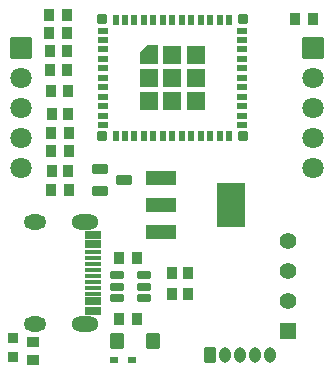
<source format=gts>
G04 Layer: TopSolderMaskLayer*
G04 EasyEDA Pro v2.2.32.3, 2024-12-05 12:24:41*
G04 Gerber Generator version 0.3*
G04 Scale: 100 percent, Rotated: No, Reflected: No*
G04 Dimensions in millimeters*
G04 Leading zeros omitted, absolute positions, 3 integers and 5 decimals*
%FSLAX35Y35*%
%MOMM*%
%AMRoundRect*1,1,$1,$2,$3*1,1,$1,$4,$5*1,1,$1,0-$2,0-$3*1,1,$1,0-$4,0-$5*20,1,$1,$2,$3,$4,$5,0*20,1,$1,$4,$5,0-$2,0-$3,0*20,1,$1,0-$2,0-$3,0-$4,0-$5,0*20,1,$1,0-$4,0-$5,$2,$3,0*4,1,4,$2,$3,$4,$5,0-$2,0-$3,0-$4,0-$5,$2,$3,0*%
%ADD10RoundRect,0.09131X0.40514X-0.45514X-0.40514X-0.45514*%
%ADD11RoundRect,0.09131X-0.40514X0.40514X0.40514X0.40514*%
%ADD12RoundRect,0.09138X-0.43712X-0.40835X-0.43712X0.40835*%
%ADD13RoundRect,0.09368X1.25396X-0.55396X-1.25396X-0.55396*%
%ADD14RoundRect,0.09754X1.17203X-1.80203X-1.17203X-1.80203*%
%ADD15RoundRect,0.09258X-0.45471X0.60471X0.45471X0.60471*%
%ADD16O,1.002X1.302*%
%ADD17RoundRect,0.08756X-0.54302X-0.27302X-0.54302X0.27302*%
%ADD18RoundRect,0.09302X0.50429X-0.60429X-0.50429X-0.60429*%
%ADD19RoundRect,0.08449X-0.30856X0.20856X0.30856X0.20856*%
%ADD20RoundRect,0.08449X0.30856X-0.20856X-0.30856X-0.20856*%
%ADD21RoundRect,0.09138X-0.40835X0.43712X0.40835X0.43712*%
%ADD22RoundRect,0.08109X0.66026X0.16026X0.66026X-0.16026*%
%ADD23RoundRect,0.08875X0.65642X0.30643X0.65642X-0.30643*%
%ADD24O,1.9016X1.3016*%
%ADD25O,2.3016X1.3016*%
%ADD26RoundRect,0.09618X0.85271X0.85271X0.85271X-0.85271*%
%ADD27C,1.8016*%
%ADD28RoundRect,0.09471X0.65114X0.65114X0.65114X-0.65114*%
%ADD29C,1.397*%
%ADD30RoundRect,0.09138X0.40835X-0.43712X-0.40835X-0.43712*%
%ADD31RoundRect,0.09131X-0.40514X0.45514X0.40514X0.45514*%
%ADD32RoundRect,0.08335X-0.40834X-0.20834X-0.40834X0.20834*%
%ADD33RoundRect,0.08335X0.20834X-0.40834X-0.20834X-0.40834*%
%ADD34RoundRect,0.08335X0.40834X0.20834X0.40834X-0.20834*%
%ADD35RoundRect,0.08335X-0.20834X0.40834X0.20834X0.40834*%
%ADD36RoundRect,0.08891X-0.35556X0.35556X0.35556X0.35556*%
%ADD37RoundRect,0.09396X-0.72804X0.72804X0.72804X0.72804*%
%ADD38RoundRect,0.09017X0.63072X-0.35571X-0.63072X-0.35571*%
G75*


G04 Pad Start*
G54D10*
G01X1442725Y-2936136D03*
G01X1582730Y-2936136D03*
G54D11*
G01X101262Y-3310953D03*
G01X101948Y-3470846D03*
G54D12*
G01X266700Y-3340964D03*
G01X266700Y-3491636D03*
G54D13*
G01X1354005Y-1954403D03*
G01X1354005Y-2184400D03*
G01X1354005Y-2414397D03*
G54D14*
G01X1947997Y-2184400D03*
G54D15*
G01X1765292Y-3454392D03*
G54D16*
G01X1892292Y-3454392D03*
G01X2019292Y-3454392D03*
G01X2146292Y-3454392D03*
G01X2273292Y-3454392D03*
G54D17*
G01X1209044Y-2966671D03*
G01X1209044Y-2871675D03*
G01X1209044Y-2776679D03*
G01X979225Y-2776679D03*
G01X979225Y-2871675D03*
G01X979225Y-2966671D03*
G54D18*
G01X975624Y-3329046D03*
G01X1285606Y-3329046D03*
G54D19*
G01X955624Y-3496478D03*
G54D20*
G01X1105611Y-3496478D03*
G54D21*
G01X1147089Y-3145773D03*
G01X996417Y-3145773D03*
G01X1147089Y-2632878D03*
G01X996417Y-2632878D03*
G54D22*
G01X779526Y-2930906D03*
G01X779526Y-2880893D03*
G01X779526Y-2830906D03*
G01X779526Y-2780894D03*
G01X779526Y-2730906D03*
G01X779526Y-2680894D03*
G01X779526Y-2630907D03*
G01X779526Y-2580894D03*
G54D23*
G01X779526Y-2995905D03*
G01X779526Y-3075889D03*
G01X779526Y-2515895D03*
G01X779526Y-2435911D03*
G54D24*
G01X287274Y-3187903D03*
G01X287274Y-2323897D03*
G54D25*
G01X705282Y-3187903D03*
G01X705282Y-2323897D03*
G54D26*
G01X165100Y-850900D03*
G54D27*
G01X165100Y-1104900D03*
G01X165100Y-1358900D03*
G01X165100Y-1612900D03*
G01X165100Y-1866900D03*
G54D26*
G01X2641600Y-850900D03*
G54D27*
G01X2641600Y-1104900D03*
G01X2641600Y-1358900D03*
G01X2641600Y-1612900D03*
G01X2641600Y-1866900D03*
G54D28*
G01X2425700Y-3251200D03*
G54D29*
G01X2425700Y-2997200D03*
G01X2425700Y-2743200D03*
G01X2425700Y-2489200D03*
G54D21*
G01X2640736Y-609600D03*
G01X2490064Y-609600D03*
G01X570636Y-1574800D03*
G01X419964Y-1574800D03*
G54D30*
G01X419964Y-1727200D03*
G01X570636Y-1727200D03*
G54D10*
G01X423748Y-1218659D03*
G01X563753Y-1218659D03*
G54D31*
G01X565302Y-1409700D03*
G01X425298Y-1409700D03*
G54D21*
G01X557936Y-571500D03*
G01X407264Y-571500D03*
G01X557936Y-723900D03*
G01X407264Y-723900D03*
G01X559018Y-878886D03*
G01X408346Y-878886D03*
G54D32*
G01X857809Y-704901D03*
G01X857809Y-784911D03*
G01X857809Y-864895D03*
G01X857809Y-944905D03*
G01X857809Y-1024890D03*
G01X857809Y-1104900D03*
G01X857809Y-1184910D03*
G01X857809Y-1264895D03*
G01X857809Y-1344905D03*
G01X857809Y-1424889D03*
G01X857809Y-1504899D03*
G54D33*
G01X967791Y-1594891D03*
G01X1047801Y-1594891D03*
G01X1127811Y-1594891D03*
G01X1207795Y-1594891D03*
G01X1287805Y-1594891D03*
G01X1367790Y-1594891D03*
G01X1447800Y-1594891D03*
G01X1527810Y-1594891D03*
G01X1607795Y-1594891D03*
G01X1687805Y-1594891D03*
G01X1767789Y-1594891D03*
G01X1847799Y-1594891D03*
G01X1927809Y-1594891D03*
G54D34*
G01X2037791Y-1504899D03*
G01X2037791Y-1424889D03*
G01X2037791Y-1344905D03*
G01X2037791Y-1264895D03*
G01X2037791Y-1184910D03*
G01X2037791Y-1104900D03*
G01X2037791Y-1024890D03*
G01X2037791Y-944905D03*
G01X2037791Y-864895D03*
G01X2037791Y-784911D03*
G01X2037791Y-704901D03*
G54D35*
G01X1927809Y-614909D03*
G01X1847799Y-614909D03*
G01X1767789Y-614909D03*
G01X1687805Y-614909D03*
G01X1607795Y-614909D03*
G01X1527810Y-614909D03*
G01X1447800Y-614909D03*
G01X1367790Y-614909D03*
G01X1287805Y-614909D03*
G01X1207795Y-614909D03*
G01X1127811Y-614909D03*
G01X1047801Y-614909D03*
G01X967791Y-614909D03*
G54D36*
G01X2042795Y-609905D03*
G01X2042795Y-1599895D03*
G01X852805Y-1599895D03*
G01X852805Y-609905D03*
G36*
G01X1177788Y-984905D02*
G02X1172787Y-979904I0J5001D01*
G01X1172787Y-894905D01*
G02X1174251Y-891369I5001J0D01*
G01X1234251Y-831369D01*
G02X1237788Y-829904I3536J-3536D01*
G01X1322786Y-829904D01*
G02X1327788Y-834906I0J-5001D01*
G01X1327788Y-979904D01*
G02X1322786Y-984905I-5001J0D01*
G01X1177788Y-984905D01*
G37*
G54D37*
G01X1645285Y-1302410D03*
G01X1447800Y-1302410D03*
G01X1250290Y-1302410D03*
G01X1250290Y-1104900D03*
G01X1447800Y-907415D03*
G01X1645285Y-907415D03*
G01X1645285Y-1104900D03*
G01X1447800Y-1104900D03*
G54D10*
G01X1442725Y-2758336D03*
G01X1582730Y-2758336D03*
G54D31*
G01X565302Y-1892300D03*
G01X425298Y-1892300D03*
G54D10*
G01X412598Y-1041400D03*
G01X552602Y-1041400D03*
G54D38*
G01X839800Y-1873504D03*
G01X839800Y-2063496D03*
G01X1039800Y-1968500D03*
G54D21*
G01X570636Y-2057400D03*
G01X419964Y-2057400D03*
G04 Pad End*

M02*


</source>
